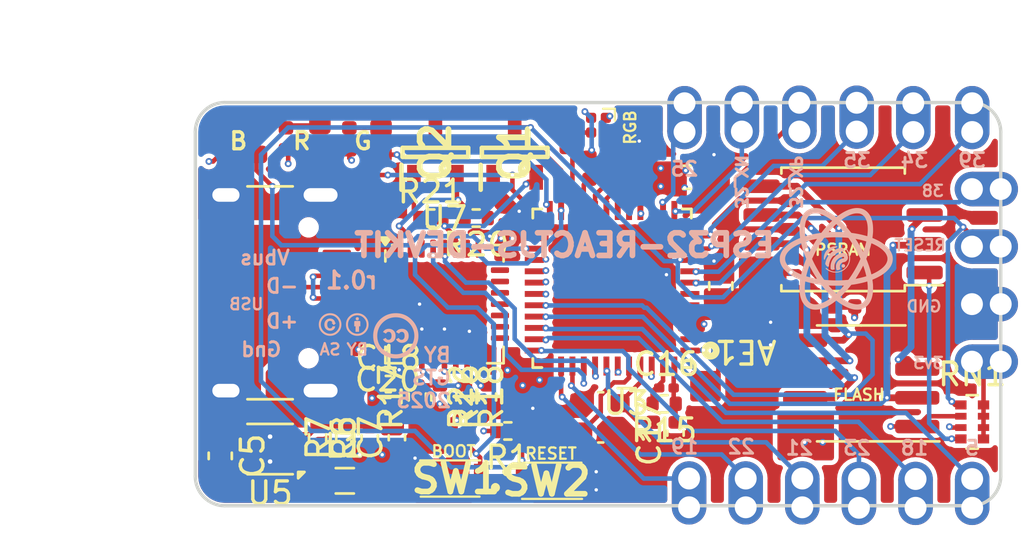
<source format=kicad_pcb>
(kicad_pcb (version 20240108) (generator "pcbnew") (generator_version "8.0")
  (title_block (title "Obsidian Boa") (date "2020-07-07") (rev "r0.1") (company "GsD") (comment 1 "Inspired by 1BitSquared iceBitsy design") (comment 3 "© 2020 Greg Davill <greg.davill@gmail.com>") (comment 4 "License: CC BY-SA 4.0"))
  (layers (0 "F.Cu" signal) (1 "In1.Cu" signal) (2 "In2.Cu" signal) (31 "B.Cu" signal) (34 "B.Paste" user) (35 "F.Paste" user) (36 "B.SilkS" user "B.Silkscreen") (37 "F.SilkS" user "F.Silkscreen") (38 "B.Mask" user) (39 "F.Mask" user) (44 "Edge.Cuts" user))
  (net 0 "")
  (net 1 "+3V3")
  (net 2 "GND")
  (net 3 "/USB_N")
  (net 4 "/USB_P")
  (net 5 "VBUS")
  (net 6 "/~{RGB0}")
  (net 7 "/~{RGB1}")
  (net 8 "/~{RGB2}")
  (net 9 "/SPI_~{HLD}-IO3")
  (net 10 "/SPI_~{WP}-IO2")
  (net 11 "/RAM_~{CS}")
  (net 12 "/~{CRESET}")
  (net 13 "Net-(AE1-A)")
  (net 14 "/U0RXD")
  (net 15 "/U0TXD")
  (net 16 "/SPI_COPI-IO0")
  (net 17 "/SPI_CIPO-IO1")
  (net 18 "Net-(D1-A)")
  (net 19 "Net-(D2-A)")
  (net 20 "Net-(D3-A)")
  (net 21 "Net-(D4-GK)")
  (net 22 "Net-(D4-BK)")
  (net 23 "/~{LEDR}")
  (net 24 "/~{LEDG}")
  (net 25 "/GPIO11-~{LEDB}")
  (net 26 "/GPIO0-BOOT")
  (net 27 "/GPIO38")
  (net 28 "/GPIO35")
  (net 29 "/GPIO39")
  (net 30 "Net-(D4-RK)")
  (net 31 "/SBU1")
  (net 32 "/SBU2")
  (net 33 "/GPIO34")
  (net 34 "Net-(U3-XTAL_N)")
  (net 35 "Net-(U3-XTAL_P)")
  (net 36 "Net-(U3-LNA_IN)")
  (net 37 "Net-(U3-CAP1)")
  (net 38 "Net-(U3-CAP2)")
  (net 39 "/RTS")
  (net 40 "Net-(Q1-B)")
  (net 41 "Net-(Q2-B)")
  (net 42 "/DTR")
  (net 43 "Net-(U7-VBUS)")
  (net 44 "Net-(U7-~{RST})")
  (net 45 "Net-(U7-~{SUSPEND})")
  (net 46 "/DSR")
  (net 48 "/CTS")
  (net 64 "Net-(U5-FB)")
  (net 65 "Net-(U5-SW)")
  (net 66 "/SPI_SCK")
  (net 67 "/SPI_~{CS}")
  (net 70 "/GPIO25")
  (net 71 "Net-(P16-Pin_1)")
  (net 72 "Net-(P17-Pin_1)")
  (net 73 "/GPIO21")
  (net 74 "/GPIO22")
  (net 75 "/GPIO19")
  (net 76 "/GPIO23")
  (net 77 "/GPIO18-DAC_2")
  (net 78 "/GPIO5")
  (footprint "CP2102:EVPBB2A9B000" (layer "F.Cu") (at 111.5 107.7 180)
    (property "Reference" "SW1")
    (property "Value" "TACT" (hide yes))
  )
  (footprint "pkl_pin_headers:Pin_Header_Straight_Round_1x01_Castellated" (layer "F.Cu") (at 134.29 100 90)
    (property "Reference" "P25" (hide yes))
    (property "Value" "GND" (hide yes))
  )
  (footprint "pkl_pin_headers:Pin_Header_Straight_Round_1x01_Castellated" (layer "F.Cu") (at 134.29 102.54 90)
    (property "Reference" "P28" (hide yes))
    (property "Value" "3V3" (hide yes))
  )
  (footprint "pkl_pin_headers:Pin_Header_Straight_Round_1x01_Castellated" (layer "F.Cu") (at 129.3 107.7215)
    (property "Reference" "P7" (hide yes))
    (property "Value" "7" (hide yes))
  )
  (footprint "pkl_pin_headers:Pin_Header_Straight_Round_1x01_Castellated" (layer "F.Cu") (at 129.2 92.38 180)
    (property "Reference" "P18" (hide yes))
    (property "Value" "18" (hide yes))
  )
  (footprint "pkl_pin_headers:Pin_Header_Straight_Round_1x01_Castellated" (layer "F.Cu") (at 124.13 92.38 180)
    (property "Reference" "P17" (hide yes))
    (property "Value" "17" (hide yes))
  )
  (footprint "pkl_pin_headers:Pin_Header_Straight_Round_1x01_Castellated" (layer "F.Cu") (at 121.6 92.4 180)
    (property "Reference" "P15" (hide yes))
    (property "Value" "15" (hide yes))
  )
  (footprint "pkl_pin_headers:Pin_Header_Straight_Round_1x01_Castellated" (layer "F.Cu") (at 126.8 107.7)
    (property "Reference" "P12" (hide yes))
    (property "Value" "12" (hide yes))
  )
  (footprint "pkl_pin_headers:Pin_Header_Straight_Round_1x01_Castellated" (layer "F.Cu") (at 134.3 92.4 180)
    (property "Reference" "P14" (hide yes))
    (property "Value" "14" (hide yes))
  )
  (footprint "pkl_pin_headers:Pin_Header_Straight_Round_1x01_Castellated" (layer "F.Cu") (at 131.7 92.4 180)
    (property "Reference" "P13" (hide yes))
    (property "Value" "13" (hide yes))
  )
  (footprint "pkl_pin_headers:Pin_Header_Straight_Round_1x01_Castellated" (layer "F.Cu") (at 134.3 107.7215)
    (property "Reference" "P9" (hide yes))
    (property "Value" "9" (hide yes))
  )
  (footprint "pkl_pin_headers:Pin_Header_Straight_Round_1x01_Castellated" (layer "F.Cu") (at 131.8 107.7215)
    (property "Reference" "P8" (hide yes))
    (property "Value" "8" (hide yes))
  )
  (footprint "obsidian-boa:LED_0603_1608Metric_Compact" (layer "F.Cu") (at 102.7 92.8 90)
    (property "Reference" "D3" (hide yes))
    (property "Value" "BLU" (hide yes))
  )
  (footprint "obsidian-boa:LED_0603_1608Metric_Compact" (layer "F.Cu") (at 105.5 92.7 90)
    (property "Reference" "D1" (hide yes))
    (property "Value" "RED" (hide yes))
  )
  (footprint "Capacitor_SMD:C_0402_1005Metric" (layer "F.Cu") (at 119.5 94 90)
    (property "Reference" "C9" (hide yes))
    (property "Value" "100n" (hide yes))
  )
  (footprint "obsidian-boa:LED_0603_1608Metric_Compact" (layer "F.Cu") (at 108.2 92.8 90)
    (property "Reference" "D2" (hide yes))
    (property "Value" "GRN" (hide yes))
  )
  (footprint "pkl_pin_headers:Pin_Header_Straight_Round_1x01_Castellated" (layer "F.Cu") (at 134.29 97.46 90)
    (property "Reference" "P31" (hide yes))
    (property "Value" "CRESET" (hide yes))
  )
  (footprint "pkl_pin_headers:Pin_Header_Straight_Round_1x01_Castellated" (layer "F.Cu") (at 134.29 94.92 90)
    (property "Reference" "P30" (hide yes))
    (property "Value" "CDONE" (hide yes))
  )
  (footprint "pkl_pin_headers:Pin_Header_Straight_Round_1x01_Castellated" (layer "F.Cu") (at 124.3 107.7)
    (property "Reference" "P11" (hide yes))
    (property "Value" "11" (hide yes))
  )
  (footprint "pkl_pin_headers:Pin_Header_Straight_Round_1x01_Castellated" (layer "F.Cu") (at 121.8 107.7)
    (property "Reference" "P10" (hide yes))
    (property "Value" "10" (hide yes))
  )
  (footprint "pkl_pin_headers:Pin_Header_Straight_Round_1x01_Castellated" (layer "F.Cu") (at 126.67 92.38 180)
    (property "Reference" "P16" (hide yes))
    (property "Value" "16" (hide yes))
  )
  (footprint "pkl_connectors:USB_C_Receptacle_HRO_TYPE-C-31-M-12" (layer "F.Cu") (at 102.4 99.5 -90)
    (property "Reference" "J1" (hide yes))
    (property "Value" "USB_C" (hide yes))
  )
  (footprint "Capacitor_SMD:C_0603_1608Metric" (layer "F.Cu") (at 123.2 99.2 90)
    (property "Reference" "C19" (hide yes))
    (property "Value" "10u" (hide yes))
  )
  (footprint "Resistor_SMD:R_0402_1005Metric" (layer "F.Cu") (at 101.2 92.8 -90)
    (property "Reference" "R13" (hide yes))
    (property "Value" "2k2" (hide yes))
  )
  (footprint "Resistor_SMD:R_0402_1005Metric" (layer "F.Cu") (at 104 92.7 -90)
    (property "Reference" "R11" (hide yes))
    (property "Value" "330E" (hide yes))
  )
  (footprint "Resistor_SMD:R_0402_1005Metric" (layer "F.Cu") (at 106.8 92.7 -90)
    (property "Reference" "R12" (hide yes))
    (property "Value" "330E" (hide yes))
  )
  (footprint "Resistor_SMD:R_0402_1005Metric" (layer "F.Cu") (at 111.6 105.6 180)
    (property "Reference" "R10" (hide yes))
    (property "Value" "10k" (hide yes))
  )
  (footprint "Capacitor_SMD:C_0402_1005Metric" (layer "F.Cu") (at 113.8 96.2 90)
    (property "Reference" "C12" (hide yes))
    (property "Value" "100n" (hide yes))
  )
  (footprint "LED_SMD:LED_Lumex_SML-LX0303SIUPGUSB" (layer "F.Cu") (at 117.8 92.1 -90)
    (property "Reference" "D4" (hide yes))
    (property "Value" "FM-B2020RGBA-HG" (hide yes))
  )
  (footprint "Package_DFN_QFN:QFN-28-1EP_5x5mm_P0.5mm_EP3.35x3.35mm" (layer "F.Cu") (at 111 100)
    (property "Reference" "U7")
    (property "Value" "CP2102N-Axx-xQFN28")
  )
  (footprint "Resistor_SMD:R_0402_1005Metric" (layer "F.Cu") (at 113.8 105.6 180)
    (property "Reference" "R1")
    (property "Value" "10k")
  )
  (footprint "Package_SON:WSON-6-1EP_2x2mm_P0.65mm_EP1x1.6mm_ThermalVias" (layer "F.Cu") (at 103.3 106.4 180)
    (property "Reference" "U5")
    (property "Value" "TPS62290")
  )
  (footprint "Capacitor_SMD:C_0402_1005Metric" (layer "F.Cu") (at 115.5 105.1 -90)
    (property "Reference" "C3" (hide yes))
    (property "Value" "18pF" (hide yes))
  )
  (footprint "Package_SO:SOIC-8_5.23x5.23mm_P1.27mm" (layer "F.Cu") (at 128.6 96.7 180)
    (property "Reference" "U4" (hide yes))
    (property "Value" "W25Q128JV" (hide yes))
  )
  (footprint "Resistor_SMD:R_0402_1005Metric" (layer "F.Cu") (at 110.8 104.1 -90)
    (property "Reference" "R16")
    (property "Value" "22.1K")
  )
  (footprint "Resistor_SMD:R_0402_1005Metric" (layer "F.Cu") (at 110.4 96.2)
    (property "Reference" "R21")
    (property "Value" "10K")
  )
  (footprint "Capacitor_SMD:C_0603_1608Metric" (layer "F.Cu") (at 121.7 94.4)
    (property "Reference" "C14" (hide yes))
    (property "Value" "10u" (hide yes))
  )
  (footprint "Resistor_SMD:R_Array_Convex_4x0402" (layer "F.Cu") (at 134.3 105.2)
    (property "Reference" "RN1")
    (property "Value" "10k")
  )
  (footprint "SS8050:SOT95P240X115-3N" (layer "F.Cu") (at 114.1 93.3 90)
    (property "Reference" "Q1")
    (property "Value" "SS8050-G" (hide yes))
  )
  (footprint "Inductor_SMD:L_0402_1005Metric" (layer "F.Cu") (at 123.1 101.7 -90)
    (property "Reference" "L2" (hide yes))
    (property "Value" "TBD" (hide yes))
  )
  (footprint "Capacitor_SMD:C_0402_1005Metric" (layer "F.Cu") (at 124.6 102.2)
    (property "Reference" "C11" (hide yes))
    (property "Value" "TBD" (hide yes))
  )
  (footprint "Capacitor_SMD:C_0402_1005Metric" (layer "F.Cu") (at 108.5 104.5)
    (property "Reference" "C20")
    (property "Value" "4.7uF")
  )
  (footprint "CP2102:EVPBB2A9B000" (layer "F.Cu") (at 115.5 107.8)
    (property "Reference" "SW2")
    (property "Value" "TACT" (hide yes))
  )
  (footprint "Resistor_SMD:R_0402_1005Metric" (layer "F.Cu") (at 116.4 92.6 90)
    (property "Reference" "R14" (hide yes))
    (property "Value" "2k2" (hide yes))
  )
  (footprint "Capacitor_SMD:C_0402_1005Metric" (layer "F.Cu") (at 120.2 105.7 90)
    (property "Reference" "C4" (hide yes))
    (property "Value" "18pF" (hide yes))
  )
  (footprint "Resistor_SMD:R_0402_1005Metric" (layer "F.Cu") (at 105.4 105.9 -90)
    (property "Reference" "R8")
    (property "Value" "100k")
  )
  (footprint "Resistor_SMD:R_0402_1005Metric" (layer "F.Cu") (at 112.9 104.1 90)
    (property "Reference" "R22")
    (property "Value" "10K")
  )
  (footprint "Capacitor_SMD:C_0402_1005Metric" (layer "F.Cu") (at 129.6 100.1)
    (property "Reference" "C2" (hide yes))
    (property "Value" "2.2uF" (hide yes))
  )
  (footprint "Resistor_SMD:R_0402_1005Metric" (layer "F.Cu") (at 118.3 94 90)
    (property "Reference" "R6" (hide yes))
    (property "Value" "2k2" (hide yes))
  )
  (footprint "Resistor_SMD:R_0402_1005Metric" (layer "F.Cu") (at 117.4 94 90)
    (property "Reference" "R9" (hide yes))
    (property "Value" "2k2" (hide yes))
  )
  (footprint "Capacitor_SMD:C_0402_1005Metric" (layer "F.Cu") (at 127.6 100.1 180)
    (property "Reference" "C1" (hide yes))
    (property "Value" "2.2uF" (hide yes))
  )
  (footprint "Capacitor_SMD:C_0402_1005Metric" (layer "F.Cu") (at 124.6 101.2)
    (property "Reference" "C10" (hide yes))
    (property "Value" "TBD" (hide yes))
  )
  (footprint "Crystal:Crystal_SMD_Abracon_ABM10-4Pin_2.5x2.0mm" (layer "F.Cu") (at 117.9 105 -90)
    (property "Reference" "Y1" (hide yes))
    (property "Value" "40MHz" (hide yes))
  )
  (footprint "Capacitor_SMD:C_0402_1005Metric" (layer "F.Cu") (at 108.52 103.53)
    (property "Reference" "C18")
    (property "Value" "0.1uF")
  )
  (footprint "Capacitor_SMD:C_0402_1005Metric" (layer "F.Cu") (at 125 100.2)
    (property "Reference" "C15" (hide yes))
    (property "Value" "100n" (hide yes))
  )
  (footprint "Resistor_SMD:R_0402_1005Metric" (layer "F.Cu") (at 109.8 104.1 90)
    (property "Reference" "R17")
    (property "Value" "47.5K")
  )
  (footprint "Capacitor_SMD:C_0402_1005Metric" (layer "F.Cu") (at 121.2 105.7 90)
    (property "Reference" "C17")
    (property "Value" "10nF")
  )
  (footprint "SS8050:SOT95P240X115-3N" (layer "F.Cu") (at 110.6 93.3 90)
    (property "Reference" "Q2")
    (property "Value" "SS8050-G" (hide yes))
  )
  (footprint "obsidian-boa:0479480001" (layer "F.Cu") (at 123.6 104.7 180)
    (property "Reference" "AE1")
    (property "Value" "Antenna" (hide yes))
  )
  (footprint "Capacitor_SMD:C_0402_1005Metric" (layer "F.Cu") (at 107.7 105.9 90)
    (property "Reference" "C6")
    (property "Value" "22pF")
  )
  (footprint "Inductor_SMD:L_0805_2012Metric" (layer "F.Cu") (at 106.6 107.8)
    (property "Reference" "L1")
    (property "Value" "2.2uH")
  )
  (footprint "Resistor_SMD:R_0402_1005Metric" (layer "F.Cu") (at 111.9 104.1 -90)
    (property "Reference" "R18")
    (property "Value" "2K")
  )
  (footprint "ESP32-D0WD:QFN48P700X700X90-49N" (layer "F.Cu") (at 118.4 99.3 180)
    (property "Reference" "U3")
    (property "Value" "ESP32-D0WD")
  )
  (footprint "Package_SO:SOIC-8_3.9x4.9mm_P1.27mm" (layer "F.Cu") (at 129.4 103.5 180)
    (property "Reference" "U2" (hide yes))
    (property "Value" "LY68L6400SLIT" (hide yes))
  )
  (footprint "Capacitor_SMD:C_0402_1005Metric" (layer "F.Cu") (at 114 104 -90)
    (property "Reference" "C13" (hide yes))
    (property "Value" "100n" (hide yes))
  )
  (footprint "Capacitor_SMD:C_0603_1608Metric" (layer "F.Cu") (at 101.1 106.7 -90)
    (property "Reference" "C5")
    (property "Value" "10u")
  )
  (footprint "Resistor_SMD:R_0402_1005Metric" (layer "F.Cu") (at 106.6 105.9 90)
    (property "Reference" "R7")
    (property "Value" "453k")
  )
  (footprint "Resistor_SMD:R_0402_1005Metric" (layer "F.Cu") (at 120.7 104.4 180)
    (property "Reference" "R15")
    (property "Value" "20K")
  )
  (footprint "Capacitor_SMD:C_0201_0603Metric" (layer "F.Cu") (at 120.8 103.7)
    (property "Reference" "C16")
    (property "Value" "3.3nF")
  )
  (footprint "Resistor_SMD:R_0402_1005Metric" (layer "F.Cu") (at 112.4 96.2 180)
    (property "Reference" "R20")
    (property "Value" "10K")
  )
  (footprint "Capacitor_SMD:C_0402_1005Metric" (layer "F.Cu") (at 108.9 105.9 90)
    (property "Reference" "C7")
    (property "Value" "2.2uF")
  )
  (footprint "pkl_logos:Symbol_CC_SilkScreen_2mm" (layer "B.Cu") (at 108.85 101.4 180)
    (property "Reference" "REF**" (hide yes))
    (property "Value" "Symbol_CC_SilkScreen_2mm" (hide yes))
  )
  (footprint "pkl_logos:Symbol_CC-SA_SilkScreen_1mm" (layer "B.Cu") (at 105.95 100.9 180)
    (property "Reference" "REF**" (hide yes))
    (property "Value" "Symbol_CC-SA_SilkScreen_1mm" (hide yes))
  )
  (footprint "pkl_logos:Symbol_CC-BY_SilkScreen_1mm" (layer "B.Cu") (at 107.15 100.9 180)
    (property "Reference" "REF**" (hide yes))
    (property "Value" "Symbol_CC-BY_SilkScreen_1mm" (hide yes))
  )
  (footprint "ESP32-D0WD:Logo" (layer "B.Cu") (at 128.3 98 180)
    (property "Reference" "G***" (hide yes))
    (property "Value" "LOGO" (hide yes))
  )
  (gr_line (start 101.3 91.1) (end 134.26 91.1) (stroke (width 0.15)) (layer "Edge.Cuts"))
  (gr_line (start 135.56 92.4) (end 135.56 107.6) (stroke (width 0.15)) (layer "Edge.Cuts"))
  (gr_line (start 100 107.6) (end 100 92.4) (stroke (width 0.15)) (layer "Edge.Cuts"))
  (gr_line (start 134.26 108.9) (end 101.3 108.9) (stroke (width 0.15)) (layer "Edge.Cuts"))
  (gr_arc (start 135.56 107.6) (mid 135.179239 108.519239) (end 134.26 108.9) (stroke (width 0.15)) (layer "Edge.Cuts"))
  (gr_arc (start 100 92.4) (mid 100.380761 91.480761) (end 101.3 91.1) (stroke (width 0.15)) (layer "Edge.Cuts"))
  (gr_arc (start 101.3 108.9) (mid 100.380761 108.519239) (end 100 107.6) (stroke (width 0.15)) (layer "Edge.Cuts"))
  (gr_arc (start 134.26 91.1) (mid 135.179239 91.480761) (end 135.56 92.4) (stroke (width 0.15)) (layer "Edge.Cuts"))
  (gr_text "SA" (at 105.95 102 0) (layer "B.SilkS") (effects (font (size 0.5 0.5) (thickness 0.1)) (justify mirror)))
  (gr_text "3v3" (at 133.1 102.6 0) (layer "B.SilkS") (effects (font (size 0.5 0.5) (thickness 0.1)) (justify left mirror)))
  (gr_text "RESET" (at 133.2 97.4 0) (layer "B.SilkS") (effects (font (size 0.5 0.5) (thickness 0.1)) (justify left mirror)))
  (gr_text "GND" (at 133 100.1 0) (layer "B.SilkS") (effects (font (size 0.5 0.5) (thickness 0.1)) (justify left mirror)))
  (gr_text "USB" (at 102.25 100 0) (layer "B.SilkS") (effects (font (size 0.5 0.5) (thickness 0.1)) (justify mirror)))
  (gr_text "BY\nGTS\n2025" (at 111.35 103.25 0) (layer "B.SilkS") (effects (font (size 0.625 0.625) (thickness 0.125)) (justify left mirror)))
  (gr_text "Vbus" (at 101.9 97.95 0) (layer "B.SilkS") (effects (font (size 0.625 0.625) (thickness 0.125)) (justify right mirror)))
  (gr_text "39" (at 134.29 93.65 0) (layer "B.SilkS") (effects (font (size 0.625 0.625) (thickness 0.125)) (justify mirror)))
  (gr_text "34" (at 131.75 93.65 0) (layer "B.SilkS") (effects (font (size 0.625 0.625) (thickness 0.125)) (justify mirror)))
  (gr_text "Gnd" (at 101.95 102 0) (layer "B.SilkS") (effects (font (size 0.625 0.625) (thickness 0.125)) (justify right mirror)))
  (gr_text "35" (at 129.21 93.65 0) (layer "B.SilkS") (effects (font (size 0.625 0.625) (thickness 0.125)) (justify mirror)))
  (gr_text "38" (at 133.1 95 0) (layer "B.SilkS") (effects (font (size 0.5 0.5) (thickness 0.1)) (justify left mirror)))
  (gr_text "-D" (at 103.05 99.2 0) (layer "B.SilkS") (effects (font (size 0.625 0.625) (thickness 0.125)) (justify right mirror)))
  (gr_text "32_XP" (at 126.5 94.6 270) (layer "B.SilkS") (effects (font (size 0.5 0.5) (thickness 0.125)) (justify mirror)))
  (gr_text "18" (at 131.75 106.35 0) (layer "B.SilkS") (effects (font (size 0.625 0.625) (thickness 0.125)) (justify mirror)))
  (gr_text "21" (at 126.67 106.35 0) (layer "B.SilkS") (effects (font (size 0.625 0.625) (thickness 0.125)) (justify mirror)))
  (gr_text "+D" (at 103.05 100.75 0) (layer "B.SilkS") (effects (font (size 0.625 0.625) (thickness 0.125)) (justify right mirror)))
  (gr_text "5" (at 134.29 106.35 0) (layer "B.SilkS") (effects (font (size 0.625 0.625) (thickness 0.125)) (justify mirror)))
  (gr_text "25" (at 121.59 94.031 0) (layer "B.SilkS") (effects (font (size 0.625 0.625) (thickness 0.125)) (justify mirror)))
  (gr_text "23" (at 129.21 106.35 0) (layer "B.SilkS") (effects (font (size 0.625 0.625) (thickness 0.125)) (justify mirror)))
  (gr_text "32_XN" (at 124.1 94.6 270) (layer "B.SilkS") (effects (font (size 0.5 0.5) (thickness 0.125)) (justify mirror)))
  (gr_text "ESP32-REACTJS-DEVKIT" (at 116.3 97.4 0) (layer "B.SilkS") (effects (font (size 1 1) (thickness 0.25)) (justify mirror)))
  (gr_text "r0.1" (at 106.9 98.95 0) (layer "B.SilkS") (effects (font (size 0.75 0.75)) (justify mirror)))
  (gr_text "BY" (at 107.15 102 0) (layer "B.SilkS") (effects (font (size 0.5 0.5) (thickness 0.1)) (justify mirror)))
  (gr_text "19" (at 121.6 106.3 0) (layer "B.SilkS") (effects (font (size 0.625 0.625) (thickness 0.125)) (justify mirror)))
  (gr_text "22" (at 124.1 106.3 0) (layer "B.SilkS") (effects (font (size 0.625 0.625) (thickness 0.125)) (justify mirror)))
  (gr_text "G" (at 107.4 92.8 0) (layer "F.SilkS") (effects (font (size 0.75 0.75))))
  (gr_text "R" (at 104.7 92.8 0) (layer "F.SilkS") (effects (font (size 0.75 0.75))))
  (gr_text "RGB" (at 119.2 92.2 90) (layer "F.SilkS") (effects (font (size 0.5 0.5) (thickness 0.1))))
  (gr_text "PSRAM" (at 128.6 97.6 0) (layer "F.SilkS") (effects (font (size 0.5 0.5) (thickness 0.1))))
  (gr_text "FLASH" (at 129.3 104 0) (layer "F.SilkS") (effects (font (size 0.5 0.5) (thickness 0.1))))
  (gr_text "BOOT" (at 111.4 106.5 0) (layer "F.SilkS") (effects (font (size 0.5 0.5) (thickness 0.1))))
  (gr_text "RESET" (at 115.7 106.6 0) (layer "F.SilkS") (effects (font (size 0.5 0.5) (thickness 0.1))))
  (gr_text "B" (at 101.9 92.8 0) (layer "F.SilkS") (effects (font (size 0.75 0.75))))
  (segment (start 134.8 102.665) (end 134.8 105.85) (width 0.2) (layer "F.Cu") (net 1))
  (segment (start 127.43 99.43) (end 126.605 98.605) (width 0.3) (layer "F.Cu") (net 1))
  (segment (start 134.8 105.85) (end 134.7 105.95) (width 0.2) (layer "F.Cu") (net 1))
  (segment (start 104.1 93.8) (end 104.1 93.285) (width 0.2) (layer "F.Cu") (net 1))
  (segment (start 126.3 98.6) (end 126.295 98.605) (width 0.3) (layer "F.Cu") (net 1))
  (segment (start 118.225 91.775) (end 118.3 91.7) (width 0.2) (layer "F.Cu") (net 1))
  (segment (start 129.115 100.1) (end 129.115 100.585) (width 0.3) (layer "F.Cu") (net 1))
  (segment (start 118.15 95.35) (end 118.42 95.08) (width 0.2) (layer "F.Cu") (net 1))
  (segment (start 122.6375 100.55) (end 121.835 100.55) (width 0.2) (layer "F.Cu") (net 1))
  (segment (start 118.905 95.08) (end 119.5 94.485) (width 0.2) (layer "F.Cu") (net 1))
  (segment (start 134.925 102.54) (end 134.8 102.665) (width 0.2) (layer "F.Cu") (net 1))
  (segment (start 128.085 100.1) (end 128.085 100.04234) (width 0.3) (layer "F.Cu") (net 1))
  (segment (start 118.65 102.980002) (end 118.669998 103) (width 0.2) (layer "F.Cu") (net 1))
  (segment (start 129.115 100.585) (end 129.1 100.6) (width 0.3) (layer "F.Cu") (net 1))
  (segment (start 113.29 105.6) (end 112.73 105.6) (width 0.2) (layer "F.Cu") (net 1))
  (segment (start 127.47266 99.43) (end 127.43 99.43) (width 0.3) (layer "F.Cu") (net 1))
  (segment (start 126.295 98.605) (end 125 98.605) (width 0.3) (layer "F.Cu") (net 1))
  (segment (start 122.43 102.027919) (end 122.407919 102.05) (width 0.2) (layer "F.Cu") (net 1))
  (segment (start 122.407919 102.05) (end 121.835 102.05) (width 0.2) (layer "F.Cu") (net 1))
  (segment (start 126.305 98.605) (end 126.3 98.6) (width 0.3) (layer "F.Cu") (net 1))
  (segment (start 126.605 98.605) (end 126.305 98.605) (width 0.3) (layer "F.Cu") (net 1))
  (segment (start 106.8 93.185) (end 106.8 93.55) (width 0.2) (layer "F.Cu") (net 1))
  (segment (start 120.15 102.735) (end 120.15 103.18462) (width 0.2) (layer "F.Cu") (net 1))
  (segment (start 120.15 103.18462) (end 120.135509 103.199111) (width 0.2) (layer "F.Cu") (net 1))
  (segment (start 104.1 93.285) (end 104 93.185) (width 0.2) (layer "F.Cu") (net 1))
  (segment (start 118.65 102.735) (end 118.65 102.980002) (width 0.2) (layer "F.Cu") (net 1))
  (segment (start 123.2 99.9875) (end 122.6375 100.55) (width 0.2) (layer "F.Cu") (net 1))
  (segment (start 118.15 95.865) (end 118.15 95.35) (width 0.2) (layer "F.Cu") (net 1))
  (segment (start 100.785 93.7) (end 101.2 93.285) (width 0.2) (layer "F.Cu") (net 1))
  (segment (start 106.8 93.55) (end 106.9 93.65) (width 0.2) (layer "F.Cu") (net 1))
  (segment (start 128.085 100.04234) (end 127.47266 99.43) (width 0.3) (layer "F.Cu") (net 1))
  (segment (start 100.6 93.7) (end 100.785 93.7) (width 0.2) (layer "F.Cu") (net 1))
  (segment (start 118.42 95.08) (end 118.905 95.08) (width 0.2) (layer "F.Cu") (net 1))
  (segment (start 118.125 91.775) (end 118.225 91.775) (width 0.2) (layer "F.Cu") (net 1))
  (segment (start 128.085 100.1) (end 129.115 100.1) (width 0.3) (layer "F.Cu") (net 1))
  (via (at 107.25 106.65) (size 0.3) (drill 0.15) (layers "F.Cu" "B.Cu") (net 1))
  (via (at 114.453524 103.589921) (size 0.3) (drill 0.15) (layers "F.Cu" "B.Cu") (net 1))
  (via (at 126.3 98.6) (size 0.3) (drill 0.15) (layers "F.Cu" "B.Cu") (net 1))
  (via (at 100.6 93.7) (size 0.3) (drill 0.15) (layers "F.Cu" "B.Cu") (net 1))
  (via (at 106.9 93.65) (size 0.3) (drill 0.15) (layers "F.Cu" "B.Cu") (net 1))
  (via (at 108.25 106.65) (size 0.3) (drill 0.15) (layers "F.Cu" "B.Cu") (net 1))
  (via (at 115.202294 103.35) (size 0.3) (drill 0.15) (layers "F.Cu" "B.Cu") (net 1))
  (via (at 107.8 104.15) (size 0.3) (drill 0.15) (layers "F.Cu" "B.Cu") (net 1))
  (via (at 122.46306 100.881297) (size 0.3) (drill 0.15) (layers "F.Cu" "B.Cu") (net 1))
  (via (at 121.65 94.1) (size 0.3) (drill 0.15) (layers "F.Cu" "B.Cu") (net 1))
  (via (at 113.781801 102.918199) (size 0.3) (drill 0.15) (layers "F.Cu" "B.Cu") (net 1))
  (via (at 114 97.1) (size 0.3) (drill 0.15) (layers "F.Cu" "B.Cu") (net 1))
  (via (at 120.135509 103.199111) (size 0.3) (drill 0.15) (layers "F.Cu" "B.Cu") (net 1))
  (via (at 112.73 105.6) (size 0.3) (drill 0.15) (layers "F.Cu" "B.Cu") (net 1))
  (via (at 127.7 106.1) (size 0.3) (drill 0.15) (layers "F.Cu" "B.Cu") (net 1))
  (via (at 111.535729 105.133314) (size 0.3) (drill 0.15) (layers "F.Cu" "B.Cu") (net 1))
  (via (at 126.9 106.1) (size 0.3) (drill 0.15) (layers "F.Cu" "B.Cu") (net 1))
  (via (at 113.5 97.1) (size 0.3) (drill 0.15) (layers "F.Cu" "B.Cu") (net 1))
  (via (at 104.1 93.8) (size 0.3) (drill 0.15) (layers "F.Cu" "B.Cu") (net 1))
  (via (at 129.1 100.6) (size 0.3) (drill 0.15) (layers "F.Cu" "B.Cu") (net 1))
  (via (at 118.669998 103) (size 0.3) (drill 0.15) (layers "F.Cu" "B.Cu") (net 1))
  (via (at 120.55 94.8) (size 0.3) (drill 0.15) (layers "F.Cu" "B.Cu") (net 1))
  (via (at 120.55 94) (size 0.3) (drill 0.15) (layers "F.Cu" "B.Cu") (net 1))
  (via (at 118.3 91.7) (size 0.3) (drill 0.15) (layers "F.Cu" "B.Cu") (net 1))
  (via (at 121.604211 94.859392) (size 0.3) (drill 0.15) (layers "F.Cu" "B.Cu") (net 1))
  (via (at 122.43 102.027919) (size 0.3) (drill 0.15) (layers "F.Cu" "B.Cu") (net 1))
  (via (at 113 97) (size 0.3) (drill 0.15) (layers "F.Cu" "B.Cu") (net 2))
  (via (at 117.7 107.4) (size 0.3) (drill 0.15) (layers "F.Cu" "B.Cu") (net 2))
  (via (at 110 101.1) (size 0.3) (drill 0.15) (layers "F.Cu" "B.Cu") (net 2))
  (via (at 117.7 108.2) (size 0.3) (drill 0.15) (layers "F.Cu" "B.Cu") (net 2))
  (via (at 112.1 101.2) (size 0.3) (drill 0.15) (layers "F.Cu" "B.Cu") (net 2))
  (via (at 111 101.1) (size 0.3) (drill 0.15) (layers "F.Cu" "B.Cu") (net 2))
  (via (at 114.9 104.6) (size 0.3) (drill 0.15) (layers "F.Cu" "B.Cu") (net 2))
  (via (at 109.9 100) (size 0.3) (drill 0.15) (layers "F.Cu" "B.Cu") (net 2))
  (via (at 119.6 92.8) (size 0.3) (drill 0.15) (layers "F.Cu" "B.Cu") (net 2))
  (via (at 109 102.9) (size 0.3) (drill 0.15) (layers "F.Cu" "B.Cu") (net 2))
  (via (at 125.4 101.8) (size 0.3) (drill 0.15) (layers "F.Cu" "B.Cu") (net 2))
  (via (at 109.7 106.8) (size 0.3) (drill 0.15) (layers "F.Cu" "B.Cu") (net 2))
  (via (at 120.8 98.7) (size 0.3) (drill 0.15) (layers "F.Cu" "B.Cu") (net 2))
  (via (at 125.4 100.8) (size 0.3) (drill 0.15) (layers "F.Cu" "B.Cu") (net 2))
  (via (at 122.9 98.1) (size 0.3) (drill 0.15) (layers "F.Cu" "B.Cu") (net 2))
  (via (at 122.9 93.4) (size 0.3) (drill 0.15) (layers "F.Cu" "B.Cu") (net 2))
  (via (at 114.3 95.9) (size 0.3) (drill 0.15) (layers "F.Cu" "B.Cu") (net 2))
  (segment (start 106.245 99.75) (end 105.25 99.75) (width 0.2) (layer "F.Cu") (net 3))
  (segment (start 105.249986 98.75) (end 105.2 98.799986) (width 0.2) (layer "F.Cu") (net 3))
  (segment (start 107.65241 100.5) (end 108.55 100.5) (width 0.2) (layer "F.Cu") (net 3))
  (segment (start 106.90241 99.75) (end 107.65241 100.5) (width 0.2) (layer "F.Cu") (net 3))
  (segment (start 105.25 99.75) (end 105.2 99.7) (width 0.2) (layer "F.Cu") (net 3))
  (segment (start 106.245 99.75) (end 106.90241 99.75) (width 0.2) (layer "F.Cu") (net 3))
  (segment (start 106.245 98.75) (end 105.249986 98.75) (width 0.2) (layer "F.Cu") (net 3))
  (via (at 105.2 99.7) (size 0.3) (drill 0.15) (layers "F.Cu" "B.Cu") (net 3))
  (via (at 105.2 98.799986) (size 0.3) (drill 0.15) (layers "F.Cu" "B.Cu") (net 3))
  (segment (start 105.2 99.7) (end 105.2 98.799986) (width 0.2) (layer "B.Cu") (net 3))
  (segment (start 107.718096 100) (end 108.55 100) (width 0.2) (layer "F.Cu") (net 4))
  (segment (start 106.245 99.25) (end 106.968096 99.25) (width 0.2) (layer "F.Cu") (net 4))
  (segment (start 106.245 100.25) (end 104.85 100.25) (width 0.2) (layer "F.Cu") (net 4))
  (segment (start 104.85 100.25) (end 104.6 100) (width 0.2) (layer "F.Cu") (net 4))
  (segment (start 106.968096 99.25) (end 107.718096 100) (width 0.2) (layer "F.Cu") (net 4))
  (segment (start 104.6 100) (end 104.6 99.45) (width 0.2) (layer "F.Cu") (net 4))
  (segment (start 104.6 99.45) (end 104.8 99.25) (width 0.2) (layer "F.Cu") (net 4))
  (segment (start 104.8 99.25) (end 106.245 99.25) (width 0.2) (layer "F.Cu") (net 4))
  (segment (start 110.8 104.61) (end 110.8 104.4) (width 0.2) (layer "F.Cu") (net 5))
  (segment (start 106.295 102) (end 106.245 101.95) (width 0.2) (layer "F.Cu") (net 5))
  (segment (start 107.2 102) (end 106.295 102) (width 0.2) (layer "F.Cu") (net 5))
  (via (at 110.8 104.4) (size 0.3) (drill 0.15) (layers "F.Cu" "B.Cu") (net 5))
  (via (at 107.2 102) (size 0.3) (drill 0.15) (layers "F.Cu" "B.Cu") (net 5))
  (segment (start 117.65 95.191948) (end 118.3 94.541948) (width 0.2) (layer "F.Cu") (net 6))
  (segment (start 118.3 94.541948) (end 118.3 94.485) (width 0.2) (layer "F.Cu") (net 6))
  (segment (start 117.65 95.865) (end 117.65 95.191948) (width 0.2) (layer "F.Cu") (net 6))
  (segment (start 117.15 95.865) (end 117.15 94.735) (width 0.2) (layer "F.Cu") (net 7))
  (segment (start 117.15 94.735) (end 117.4 94.485) (width 0.2) (layer "F.Cu") (net 7))
  (segment (start 116.65 95.865) (end 116.65 93.335) (width 0.2) (layer "F.Cu") (net 8))
  (segment (start 116.65 93.335) (end 116.4 93.085) (width 0.2) (layer "F.Cu") (net 8))
  (segment (start 128.224777 104.135) (end 129.109777 103.25) (width 0.3) (layer "F.Cu") (net 9))
  (segment (start 125 97.335) (end 126.735 97.335) (width 0.3) (layer "F.Cu") (net 9))
  (segment (start 126.735 97.335) (end 127 97.6) (width 0.3) (layer "F.Cu") (net 9))
  (segment (start 114.965 98.55) (end 115.443232 98.55) (width 0.2) (layer "F.Cu") (net 9))
  (segment (start 126.925 104.135) (end 128.224777 104.135) (width 0.3) (layer "F.Cu") (net 9))
  (segment (start 115.443232 98.55) (end 115.474999 98.518233) (width 0.2) (layer "F.Cu") (net 9))
  (via (at 115.474999 98.518233) (size 0.3) (drill 0.15) (layers "F.Cu" "B.Cu") (net 9))
  (via (at 129.109777 103.25) (size 0.3) (drill 0.15) (layers "F.Cu" "B.Cu") (net 9))
  (via (at 127 97.6) (size 0.3) (drill 0.15) (layers "F.Cu" "B.Cu") (net 9))
  (segment (start 128.886396 103.25) (end 129.109777 103.25) (width 0.3) (layer "B.Cu") (net 9))
  (segment (start 127 97.6) (end 127 101.363604) (width 0.3) (layer "B.Cu") (net 9))
  (segment (start 127 101.363604) (end 128.886396 103.25) (width 0.3) (layer "B.Cu") (net 9))
  (segment (start 114.965 98.05) (end 115.443229 98.05) (width 0.2) (layer "F.Cu") (net 10))
  (segment (start 131.644735 96.620265) (end 132.2 96.065) (width 0.3) (layer "F.Cu") (net 10))
  (segment (start 131.875 102.865) (end 131.454699 102.444699) (width 0.3) (layer "F.Cu") (net 10))
  (segment (start 131.644735 96.685001) (end 131.644735 96.620265) (width 0.3) (layer "F.Cu") (net 10))
  (segment (start 131.454699 102.444699) (end 131.034998 102.444699) (width 0.3) (layer "F.Cu") (net 10))
  (segment (start 115.443229 98.05) (end 115.474999 98.01823) (width 0.2) (layer "F.Cu") (net 10))
  (via (at 131.644735 96.685001) (size 0.3) (drill 0.15) (layers "F.Cu" "B.Cu") (net 10))
  (via (at 131.034998 102.444699) (size 0.3) (drill 0.15) (layers "F.Cu" "B.Cu") (net 10))
  (via (at 115.474999 98.01823) (size 0.3) (drill 0.15) (layers "F.Cu" "B.Cu") (net 10))
  (segment (start 131.644735 96.685001) (end 131.6 96.729736) (width 0.3) (layer "B.Cu") (net 10))
  (segment (start 131.6 96.729736) (end 131.6 101.879697) (width 0.3) (layer "B.Cu") (net 10))
  (segment (start 131.6 101.879697) (end 131.034998 102.444699) (width 0.3) (layer "B.Cu") (net 10))
  (segment (start 131.87 105.4) (end 131.875 105.405) (width 0.2) (layer "F.Cu") (net 11))
  (segment (start 130.7 105.4) (end 131.87 105.4) (width 0.2) (layer "F.Cu") (net 11))
  (segment (start 119.65 95.980002) (end 119.669998 96) (width 0.2) (layer "F.Cu") (net 11))
  (segment (start 131.875 105.405) (end 132.33 104.95) (width 0.2) (layer "F.Cu") (net 11))
  (segment (start 132.33 104.95) (end 133.8 104.95) (width 0.2) (layer "F.Cu") (net 11))
  (segment (start 119.65 95.865) (end 119.65 95.980002) (width 0.2) (layer "F.Cu") (net 11))
  (via (at 119.669998 96) (size 0.3) (drill 0.15) (layers "F.Cu" "B.Cu") (net 11))
  (via (at 130.7 105.4) (size 0.3) (drill 0.15) (layers "F.Cu" "B.Cu") (net 11))
  (segment (start 134.29 97.46) (end 134.29 96.99) (width 0.2) (layer "F.Cu") (net 12))
  (segment (start 121.418995 98.05) (end 121.398612 98.029617) (width 0.2) (layer "F.Cu") (net 12))
  (segment (start 114.425 106.9) (end 114.425 105.715) (width 0.2) (layer "F.Cu") (net 12))
  (segment (start 114.8 92.2) (end 114.1 92.2) (width 0.2) (layer "F.Cu") (net 12))
  (segment (start 133.55 104.45) (end 133.4 104.3) (width 0.2) (layer "F.Cu") (net 12))
  (segment (start 134.29 96.99) (end 133.9 96.6) (width 0.2) (layer "F.Cu") (net 12))
  (segment (start 114.425 105.715) (end 114.31 105.6) (width 0.2) (layer "F.Cu") (net 12))
  (segment (start 133.8 104.45) (end 133.55 104.45) (width 0.2) (layer "F.Cu") (net 12))
  (segment (start 114.425 108.175) (end 114.425 107.425) (width 0.2) (layer "F.Cu") (net 12))
  (segment (start 121.835 98.05) (end 121.418995 98.05) (width 0.2) (layer "F.Cu") (net 12))
  (segment (start 114.425 107.425) (end 114.425 106.9) (width 0.2) (layer "F.Cu") (net 12))
  (via (at 114.8 92.2) (size 0.3) (drill 0.15) (layers "F.Cu" "B.Cu") (net 12))
  (via (at 133.4 104.3) (size 0.3) (drill 0.15) (layers "F.Cu" "B.Cu") (net 12))
  (via (at 121.398612 98.029617) (size 0.3) (drill 0.15) (layers "F.Cu" "B.Cu") (net 12))
  (via (at 133.9 96.6) (size 0.3) (drill 0.15) (layers "F.Cu" "B.Cu") (net 12))
  (via (at 114.425 106.9) (size 0.3) (drill 0.15) (layers "F.Cu" "B.Cu") (net 12))
  (segment (start 121.3 99) (end 121.3 98.128229) (width 0.2) (layer "B.Cu") (net 12))
  (segment (start 133.9 96.6) (end 133.5 96.2) (width 0.2) (layer "B.Cu") (net 12))
  (segment (start 111.3 107.2) (end 114.125 107.2) (width 0.2) (layer "B.Cu") (net 12))
  (segment (start 122 99.7) (end 121.3 99) (width 0.2) (layer "B.Cu") (net 12))
  (segment (start 120.7 98.1) (end 114.8 92.2) (width 0.2) (layer "B.Cu") (net 12))
  (segment (start 102.9 103.4) (end 105.1 105.6) (width 0.2) (layer "B.Cu") (net 12))
  (segment (start 114.8 92.2) (end 104.1 92.2) (width 0.2) (layer "B.Cu") (net 12))
  (segment (start 102.9 93.4) (end 102.9 103.4) (width 0.2) (layer "B.Cu") (net 12))
  (segment (start 104.1 92.2) (end 102.9 93.4) (width 0.2) (layer "B.Cu") (net 12))
  (segment (start 126.8 96.2) (end 123.3 99.7) (width 0.2) (layer "B.Cu") (net 12))
  (segment (start 121.3 98.128229) (end 121.398612 98.029617) (width 0.2) (layer "B.Cu") (net 12))
  (segment (start 133.4 104.3) (end 133.228 104.128) (width 0.2) (layer "B.Cu") (net 12))
  (segment (start 114.125 107.2) (end 114.425 106.9) (width 0.2) (layer "B.Cu") (net 12))
  (segment (start 123.3 99.7) (end 122 99.7) (width 0.2) (layer "B.Cu") (net 12))
  (segment (start 109.7 105.6) (end 111.3 107.2) (width 0.2) (layer "B.Cu") (net 12))
  (segment (start 133.228 97.272) (end 133.9 96.6) (width 0.2) (layer "B.Cu") (net 12))
  (segment (start 121.398612 98.029617) (end 121.328229 98.1) (width 0.2) (layer "B.Cu") (net 12))
  (segment (start 133.228 104.128) (end 133.228 97.272) (width 0.2) (layer "B.Cu") (net 12))
  (segment (start 133.5 96.2) (end 126.8 96.2) (width 0.2) (layer "B.Cu") (net 12))
  (segment (start 105.1 105.6) (end 109.7 105.6) (width 0.2) (layer "B.Cu") (net 12))
  (segment (start 121.328229 98.1) (end 120.7 98.1) (width 0.2) (layer "B.Cu") (net 12))
  (segment (start 123.1 102.185) (end 124.1 102.185) (width 0.2) (layer "F.Cu") (net 13))
  (segment (start 122.953553 103.196447) (end 122.525 103.625) (width 0.2) (layer "F.Cu") (net 13))
  (segment (start 123.1 102.185) (end 123.1 102.842893) (width 0.2) (layer "F.Cu") (net 13))
  (segment (start 124.1 102.185) (end 124.115 102.2) (width 0.2) (layer "F.Cu") (net 13))
  (arc (start 123.1 102.842893) (mid 123.06194 103.034235) (end 122.953553 103.196447) (width 0.2) (layer "F.Cu") (net 13))
  (segment (start 110.5 97.55) (end 110.5 97.85) (width 0.2) (layer "F.Cu") (net 14))
  (segment (start 117.15 102.735) (end 117.15 103.496895) (width 0.2) (layer "F.Cu") (net 14))
  (segment (start 117.15 103.496895) (end 117.149996 103.496899) (width 0.2) (layer "F.Cu") (net 14))
  (via (at 117.149996 103.496899) (size 0.3) (drill 0.15) (layers "F.Cu" "B.Cu") (net 14))
  (via (at 110.5 97.85) (size 0.3) (drill 0.15) (layers "F.Cu" "B.Cu") (net 14))
  (segment (start 113.7 100.4) (end 113.7 102.2) (width 0.2) (layer "B.Cu") (net 14))
  (segment (start 116.9 102.9) (end 117.149996 103.149996) (width 0.2) (layer "B.Cu") (net 14))
  (segment (start 113.7 102.2) (end 114.4 102.9) (width 0.2) (layer "B.Cu") (net 14))
  (segment (start 111.834314 99.5) (end 112.8 99.5) (width 0.2) (layer "B.Cu") (net 14))
  (segment (start 117.149996 103.149996) (end 117.149996 103.496899) (width 0.2) (layer "B.Cu") (net 14))
  (segment (start 110.5 98.165686) (end 111.834314 99.5) (width 0.2) (layer "B.Cu") (net 14))
  (segment (start 112.8 99.5) (end 113.7 100.4) (width 0.2) (layer "B.Cu") (net 14))
  (segment (start 114.4 102.9) (end 116.9 102.9) (width 0.2) (layer "B.Cu") (net 14))
  (segment (start 110.5 97.85) (end 110.5 98.165686) (width 0.2) (layer "B.Cu") (net 14))
  (segment (start 117.65 103.165352) (end 117.669958 103.18531) (width 0.2) (layer "F.Cu") (net 15))
  (segment (start 111 97.55) (end 111 97.866573) (width 0.2) (layer "F.Cu") (net 15))
  (segment (start 111 97.866573) (end 111.025001 97.891574) (width 0.2) (layer "F.Cu") (net 15))
  (segment (start 117.65 102.735) (end 117.65 103.165352) (width 0.2) (layer "F.Cu") (net 15))
  (via (at 117.669958 103.18531) (size 0.3) (drill 0.15) (layers "F.Cu" "B.Cu") (net 15))
  (via (at 111.025001 97.891574) (size 0.3) (drill 0.15) (layers "F.Cu" "B.Cu") (net 15))
  (segment (start 111.95 99.05) (end 112.95 99.05) (width 0.2) (layer "B.Cu") (net 15))
  (segment (start 117.669958 102.877634) (end 117.669958 103.18531) (width 0.2) (layer "B.Cu") (net 15))
  (segment (start 117.292324 102.5) (end 117.669958 102.877634) (width 0.2) (layer "B.Cu") (net 15))
  (segment (start 111.025001 97.891574) (end 111.025001 98.125001) (width 0.2) (layer "B.Cu") (net 15))
  (segment (start 114.1 101.537086) (end 115.062914 102.5) (width 0.2) (layer "B.Cu") (net 15))
  (segment (start 111.025001 98.125001) (end 111.95 99.05) (width 0.2) (layer "B.Cu") (net 15))
  (segment (start 114.1 100.2) (end 114.1 101.537086) (width 0.2) (layer "B.Cu") (net 15))
  (segment (start 115.062914 102.5) (end 117.292324 102.5) (width 0.2) (layer "B.Cu") (net 15))
  (segment (start 112.95 99.05) (end 114.1 100.2) (width 0.2) (layer "B.Cu") (net 15))
  (segment (start 128.605 101.595) (end 128.853554 101.346446) (width 0.3) (layer "F.Cu") (net 16))
  (segment (start 126.925 101.595) (end 128.605 101.595) (width 0.3) (layer "F.Cu") (net 16))
  (segment (start 115.466609 100.05) (end 115.474988 100.058379) (width 0.2) (layer "F.Cu") (net 16))
  (segment (start 125 94.795) (end 126.556748 94.795) (width 0.3) (layer "F.Cu") (net 16))
  (segment (start 114.965 100.05) (end 115.466609 100.05) (width 0.2) (layer "F.Cu") (net 16))
  (segment (start 126.556748 94.795) (end 128.411748 96.65) (width 0.3) (layer "F.Cu") (net 16))
  (via (at 128.411748 96.65) (size 0.3) (drill 0.15) (layers "F.Cu" "B.Cu") (net 16))
  (via (at 115.474988 100.058379) (size 0.3) (drill 0.15) (layers "F.Cu" "B.Cu") (net 16))
  (via (at 128.853554 101.346446) (size 0.3) (drill 0.15) (layers "F.Cu" "B.Cu") (net 16))
  (segment (start 128.411748 96.65) (end 128.411748 100.90464) (width 0.3) (layer "B.Cu") (net 16))
  (segment (start 129 104) (end 129.9 103.1) (width 0.2) (layer "B.Cu") (net 16))
  (segment (start 129.9 103.1) (end 129.9 101.6) (width 0.2) (layer "B.Cu") (net 16))
  (segment (start 128.411748 100.90464) (end 128.853554 101.346446) (width 0.3) (layer "B.Cu") (net 16))
  (segment (start 123.765686 104) (end 129 104) (width 0.2) (layer "B.Cu") (net 16))
  (segment (start 119.824067 100.158381) (end 119.924067 100.158381) (width 0.2) (layer "B.Cu") (net 16))
  (segment (start 115.474988 100.058379) (end 119.724065 100.058379) (width 0.2) (layer "B.Cu") (net 16))
  (segment (start 128.9 101.3) (end 128.853554 101.346446) (width 0.2) (layer "B.Cu") (net 16))
  (segment (start 129.9 101.6) (end 129.6 101.3) (width 0.2) (layer "B.Cu") (net 16))
  (segment (start 129.6 101.3) (end 128.9 101.3) (width 0.2) (layer "B.Cu") (net 16))
  (segment (start 119.924067 100.158381) (end 123.765686 104) (width 0.2) (layer "B.Cu") (net 16))
  (segment (start 119.724065 100.058379) (end 119.824067 100.158381) (width 0.2) (layer "B.Cu") (net 16))
  (segment (start 115.466843 100.55) (end 115.475224 100.558381) (width 0.2) (layer "F.Cu") (net 17))
  (segment (start 130.535 104.135) (end 130.534998 104.134998) (width 0.3) (layer "F.Cu") (net 17))
  (segment (start 131.875 104.135) (end 130.535 104.135) (width 0.3) (layer "F.Cu") (net 17))
  (segment (start 130.8 97.4) (end 132.135 97.4) (width 0.3) (layer "F.Cu") (net 17))
  (segment (start 114.965 100.55) (end 115.466843 100.55) (width 0.2) (layer "F.Cu") (net 17))
  (segment (start 132.135 97.4) (end 132.2 97.335) (width 0.3) (layer "F.Cu") (net 17))
  (via (at 130.8 97.4) (size 0.3) (drill 0.15) (layers "F.Cu" "B.Cu") (net 17))
  (via (at 130.534998 104.134998) (size 0.3) (drill 0.15) (layers "F.Cu" "B.Cu") (net 17))
  (via (at 115.475224 100.558381) (size 0.3) (drill 0.15) (layers "F.Cu" "B.Cu") (net 17))
  (segment (start 119.758381 100.558381) (end 123.6 104.4) (width 0.2) (layer "B.Cu") (net 17))
  (segment (start 115.475224 100.558381) (end 119.758381 100.558381) (width 0.2) (layer "B.Cu") (net 17))
  (segment (start 123.6 104.4) (end 130.269996 104.4) (width 0.2) (layer "B.Cu") (net 17))
  (segment (start 130.565002 98.634998) (end 130.534998 98.634998) (width 0.3) (layer "B.Cu") (net 17))
  (segment (start 130.8 97.4) (end 130.8 98.4) (width 0.3) (layer "B.Cu") (net 17))
  (segment (start 130.269996 104.4) (end 130.534998 104.134998) (width 0.2) (layer "B.Cu") (net 17))
  (segment (start 130.534998 98.634998) (end 130.534998 104.134998) (width 0.3) (layer "B.Cu") (net 17))
  (segment (start 130.8 98.4) (end 130.565002 98.634998) (width 0.3) (layer "B.Cu") (net 17))
  (segment (start 105.5 92.1125) (end 104.1025 92.1125) (width 0.2) (layer "F.Cu") (net 18))
  (segment (start 104.1025 92.1125) (end 104 92.215) (width 0.2) (layer "F.Cu") (net 18))
  (segment (start 108.2 92.2125) (end 106.8025 92.2125) (width 0.2) (layer "F.Cu") (net 19))
  (segment (start 106.8025 92.2125) (end 106.8 92.215) (width 0.2) (layer "F.Cu") (net 19))
  (segment (start 102.7 92.2125) (end 101.3025 92.2125) (width 0.2) (layer "F.Cu") (net 20))
  (segment (start 101.3025 92.2125) (end 101.2 92.315) (width 0.2) (layer "F.Cu") (net 20))
  (segment (start 117.2 91.5) (end 117.475 91.775) (width 0.2) (layer "F.Cu") (net 21))
  (segment (start 117.4 93.3) (end 117.5 93.2) (width 0.2) (layer "F.Cu") (net 21))
  (segment (start 117.4 93.515) (end 117.4 93.3) (width 0.2) (layer "F.Cu") (net 21))
  (via (at 117.2 91.5) (size 0.3) (drill 0.15) (layers "F.Cu" "B.Cu") (net 21))
  (via (at 117.5 93.2) (size 0.3) (drill 0.15) (layers "F.Cu" "B.Cu") (net 21))
  (segment (start 117.5 91.8) (end 117.2 91.5) (width 0.2) (layer "B.Cu") (net 21))
  (segment (start 117.5 93.2) (end 117.5 91.8) (width 0.2) (layer "B.Cu") (net 21))
  (segment (start 116.4 92.115) (end 116.71 92.425) (width 0.2) (layer "F.Cu") (net 22))
  (segment (start 116.71 92.425) (end 117.475 92.425) (width 0.2) (layer "F.Cu") (net 22))
  (segment (start 114 94.4) (end 114 94.3) (width 0.2) (layer "F.Cu") (net 23))
  (segment (start 114.965 96.064999) (end 114.964994 96.065005) (width 0.2) (layer "F.Cu") (net 23))
  (segment (start 106.5125 94.3) (end 108.500004 94.3) (width 0.2) (layer "F.Cu") (net 23))
  (segment (start 114.964994 95.923046) (end 114 94.958052) (width 0.2) (layer "F.Cu") (net 23))
  (segment (start 114.965 96.065) (end 114.965 96.064999) (width 0.2) (layer "F.Cu") (net 23))
  (segment (start 105.5 93.2875) (end 106.5125 94.3) (width 0.2) (layer "F.Cu") (net 23))
  (segment (start 114.964994 96.065012) (end 114.964994 95.923046) (width 0.2) (layer "F.Cu") (net 23))
  (segment (start 114 94.958052) (end 114 94.4) (width 0.2) (layer "F.Cu") (net 23))
  (segment (start 114.964994 96.065005) (end 114.964994 96.065012) (width 0.2) (layer "F.Cu") (net 23))
  (segment (start 114.965 96.55) (end 114.965 96.064999) (width 0.2) (layer "F.Cu") (net 23))
  (via (at 114 94.3) (size 0.3) (drill 0.15) (layers "F.Cu" "B.Cu") (net 23))
  (via (at 108.500004 94.3) (size 0.3) (drill 0.15) (layers "F.Cu" "B.Cu") (net 23))
  (segment (start 114 94.3) (end 108.500004 94.3) (width 0.2) (layer "B.Cu") (net 23))
  (segment (start 115.65 95.865) (end 115.65 95.75) (width 0.2) (layer "F.Cu") (net 24))
  (segment (start 115.65 95.75) (end 115.5 95.6) (width 0.2) (layer "F.Cu") (net 24))
  (segment (start 108.2125 93.4) (end 108.2 93.3875) (width 0.2) (layer "F.Cu") (net 24))
  (segment (start 108.9 93.4) (end 108.2125 93.4) (width 0.2) (layer "F.Cu") (net 24))
  (via (at 115.5 95.6) (size 0.3) (drill 0.15) (layers "F.Cu" "B.Cu") (net 24))
  (via (at 108.9 93.4) (size 0.3) (drill 0.15) (layers "F.Cu" "B.Cu") (net 24))
  (segment (start 115.5 94.5) (end 114.7 93.7) (width 0.2) (layer "B.Cu") (net 24))
  (segment (start 115.5 95.6) (end 115.5 94.5) (width 0.2) (layer "B.Cu") (net 24))
  (segment (start 109.2 93.7) (end 108.9 93.4) (width 0.2) (layer "B.Cu") (net 24))
  (segment (start 114.7 93.7) (end 109.2 93.7) (width 0.2) (layer "B.Cu") (net 24))
  (segment (start 114.600486 97.55) (end 114.6 97.549514) (width 0.2) (layer "F.Cu") (net 25))
  (segment (start 102.7 93.3875) (end 102.7 94.1) (width 0.2) (layer "F.Cu") (net 25))
  (segment (start 114.965 97.55) (end 114.600486 97.55) (width 0.2) (layer "F.Cu") (net 25))
  (segment (start 102.7 94.1) (end 103.4 94.8) (width 0.2) (layer "F.Cu") (net 25))
  (via (at 114.6 97.549514) (size 0.3) (drill 0.15) (layers "F.Cu" "B.Cu") (net 25))
  (via (at 103.4 94.8) (size 0.3) (drill 0.15) (layers "F.Cu" "B.Cu") (net 25))
  (segment (start 109.434315 97.4) (end 103.8 97.4) (width 0.2) (layer "B.Cu") (net 25))
  (segment (start 112.8152 97.549514) (end 112.265686 97) (width 0.2) (layer "B.Cu") (net 25))
  (segment (start 103.8 97.4) (end 103.4 97) (width 0.2) (layer "B.Cu") (net 25))
  (segment (start 114.6 97.549514) (end 112.8152 97.549514) (width 0.2) (layer "B.Cu") (net 25))
  (segment (start 109.834315 97) (end 109.434315 97.4) (width 0.2) (layer "B.Cu") (net 25))
  (segment (start 103.4 97) (end 103.4 94.8) (width 0.2) (layer "B.Cu") (net 25))
  (segment (start 112.265686 97) (end 109.834315 97) (width 0.2) (layer "B.Cu") (net 25))
  (segment (start 110.6 92.2) (end 110.6 92.8) (width 0.2) (layer "F.Cu") (net 26))
  (segment (start 115.258052 93.2) (end 116.15 94.091948) (width 0.2) (layer "F.Cu") (net 26))
  (segment (start 112.575 107.325) (end 112.575 106.775) (width 0.2) (layer "F.Cu") (net 26))
  (segment (start 116.15 94.091948) (end 116.15 95.865) (width 0.2) (layer "F.Cu") (net 26))
  (segment (start 112.4 106.6) (end 112.085 106.285) (width 0.2) (layer "F.Cu") (net 26))
  (segment (start 111 93.2) (end 115.258052 93.2) (width 0.2) (layer "F.Cu") (net 26))
  (segment (start 112.575 106.775) (end 112.4 106.6) (width 0.2) (layer "F.Cu") (net 26))
  (segment (start 112.085 106.285) (end 112.085 105.6) (width 0.2) (layer "F.Cu") (net 26))
  (segment (start 112.575 107.325) (end 112.575 108.075) (width 0.2) (layer "F.Cu") (net 26))
  (segment (start 110.6 92.8) (end 111 93.2) (width 0.2) (layer "F.Cu") (net 26))
  (via (at 116.15 95.865) (size 0.3) (drill 0.15) (layers "F.Cu" "B.Cu") (net 26))
  (via (at 112.4 106.6) (size 0.3) (drill 0.15) (layers "F.Cu" "B.Cu") (net 26))
  (segment (start 109.7 97.9) (end 110.2 97.4) (width 0.2) (layer "B.Cu") (net 26))
  (segment (start 111.15 100.15) (end 109.7 98.7) (width 0.2) (layer "B.Cu") (net 26))
  (segment (start 112.45 100.15) (end 111.15 100.15) (width 0.2) (layer "B.Cu") (net 26))
  (segment (start 113.18 105.82) (end 113.18 100.88) (width 0.2) (layer "B.Cu") (net 26))
  (segment (start 114.656832 98.2) (end 116.15 96.706832) (width 0.2) (layer "B.Cu") (net 26))
  (segment (start 112.4 106.6) (end 113.18 105.82) (width 0.2) (layer "B.Cu") (net 26))
  (segment (start 112.9 98.2) (end 114.656832 98.2) (width 0.2) (layer "B.Cu") (net 26))
  (segment (start 116.15 96.706832) (end 116.15 95.865) (width 0.2) (layer "B.Cu") (net 26))
  (segment (start 110.2 97.4) (end 112.1 97.4) (width 0.2) (layer "B.Cu") (net 26))
  (segment (start 113.18 100.88) (end 112.45 100.15) (width 0.2) (layer "B.Cu") (net 26))
  (segment (start 112.1 97.4) (end 112.9 98.2) (width 0.2) (layer "B.Cu") (net 26))
  (segment (start 109.7 98.7) (end 109.7 97.9) (width 0.2) (layer "B.Cu") (net 26))
  (segment (start 122.080002 99.05) (end 122.1 99.069998) (width 0.2) (layer "F.Cu") (net 27))
  (segment (start 121.835 99.05) (end 122.080002 99.05) (width 0.2) (layer "F.Cu") (net 27))
  (via (at 122.1 99.069998) (size 0.3) (drill 0.15) (layers "F.Cu" "B.Cu") (net 27))
  (segment (start 122.1 99.069998) (end 123.164317 99.069998) (width 0.2) (layer "B.Cu") (net 27))
  (segment (start 123.164317 99.069998) (end 126.734315 95.5) (width 0.2) (layer "B.Cu") (net 27))
  (segment (start 133.71 95.5) (end 134.29 94.92) (width 0.2) (layer "B.Cu") (net 27))
  (segment (start 126.734315 95.5) (end 133.71 95.5) (width 0.2) (layer "B.Cu") (net 27))
  (segment (start 121.835 97.05) (end 121.885 97) (width 0.2) (layer "F.Cu") (net 28))
  (segment (start 121.885 97) (end 122.663602 97) (width 0.2) (layer "F.Cu") (net 28))
  (segment (start 122.663602 97) (end 122.744205 96.919397) (width 0.2) (layer "F.Cu") (net 28))
  (via (at 122.744205 96.919397) (size 0.3) (drill 0.15) (layers "F.Cu" "B.Cu") (net 28))
  (segment (start 129.2 92.38) (end 127.68 93.9) (width 0.2) (layer "B.Cu") (net 28))
  (segment (start 127.68 93.9) (end 125.531801 93.9) (width 0.2) (layer "B.Cu") (net 28))
  (segment (start 122.744205 96.687596) (end 122.744205 96.919397) (width 0.2) (layer "B.Cu") (net 28))
  (segment (start 125.531801 93.9) (end 122.744205 96.687596) (width 0.2) (layer "B.Cu") (net 28))
  (segment (start 122.080002 98.55) (end 122.1 98.569998) (width 0.2) (layer "F.Cu") (net 29))
  (segment (start 121.835 98.55) (end 122.080002 98.55) (width 0.2) (layer "F.Cu") (net 29))
  (via (at 122.1 98.569998) (size 0.3) (drill 0.15) (layers "F.Cu" "B.Cu") (net 29))
  (segment (start 132 94.7) (end 134.3 92.4) (width 0.2) (layer "B.Cu") (net 29))
  (segment (start 126.968629 94.7) (end 132 94.7) (width 0.2) (layer "B.Cu") (net 29))
  (segment (start 122.1 98.569998) (end 123.098631 98.569998) (width 0.2) (layer "B.Cu") (net 29))
  (segment (start 123.098631 98.569998) (end 126.968629 94.7) (width 0.2) (layer "B.Cu") (net 29))
  (segment (start 118.3 92.6) (end 118.125 92.425) (width 0.2) (layer "F.Cu") (net 30))
  (segment (start 118.3 93.515) (end 118.3 92.6) (width 0.2) (layer "F.Cu") (net 30))
  (segment (start 121.835 97.55) (end 122.679288 97.55) (width 0.2) (layer "F.Cu") (net 33))
  (segment (start 122.679288 97.55) (end 122.791472 97.437816) (width 0.2) (layer "F.Cu") (net 33))
  (via (at 122.791472 97.437816) (size 0.3) (drill 0.15) (layers "F.Cu" "B.Cu") (net 33))
  (segment (start 123.262184 97.437816) (end 122.791472 97.437816) (width 0.2) (layer "B.Cu") (net 33))
  (segment (start 131.7 92.4) (end 129.8 94.3) (width 0.2) (layer "B.Cu") (net 33))
  (segment (start 126.4 94.3) (end 123.262184 97.437816) (width 0.2) (layer "B.Cu") (net 33))
  (segment (start 129.8 94.3) (end 126.4 94.3) (width 0.2) (layer "B.Cu") (net 33))
  (segment (start 117.9 104.037352) (end 118.482352 103.455) (width 0.2) (layer "F.Cu") (net 34))
  (segment (start 115.5 105.585) (end 117.035 105.585) (width 0.2) (layer "F.Cu") (net 34))
  (segment (start 117.9 104.8) (end 117.9 104.037352) (width 0.2) (layer "F.Cu") (net 34))
  (segment (start 117.075 105.625) (end 117.9 104.8) (width 0.2) (layer "F.Cu") (net 34))
  (segment (start 118.945 103.455) (end 119.15 103.25) (width 0.2) (layer "F.Cu") (net 34))
  (segment (start 118.482352 103.455) (end 118.945 103.455) (width 0.2) (layer "F.Cu") (net 34))
  (segment (start 117.035 105.585) (end 117.075 105.625) (width 0.2) (layer "F.Cu") (net 34))
  (segment (start 119.15 103.25) (end 119.15 102.735) (width 0.2) (layer "F.Cu") (net 34))
  (segment (start 118.725 104.375) (end 119.65 103.45) (width 0.2) (layer "F.Cu") (net 35))
  (segment (start 119.565 105.215) (end 118.725 104.375) (width 0.2) (layer "F.Cu") (net 35))
  (segment (start 119.65 103.45) (end 119.65 102.735) (width 0.2) (layer "F.Cu") (net 35))
  (segment (start 120.2 105.215) (end 119.565 105.215) (width 0.2) (layer "F.Cu") (net 35))
  (segment (start 121.83552 101.54948) (end 122.76552 101.54948) (width 0.2) (layer "F.Cu") (net 36))
  (segment (start 122.76552 101.54948) (end 123.1 101.215) (width 0.2) (layer "F.Cu") (net 36))
  (segment (start 121.835 101.55) (end 121.83552 101.54948) (width 0.2) (layer "F.Cu") (net 36))
  (segment (start 123.1 101.215) (end 124.1 101.215) (width 0.2) (layer "F.Cu") (net 36))
  (segment (start 124.1 101.215) (end 124.115 101.2) (width 0.2) (layer "F.Cu") (net 36))
  (segment (start 121.15 102.735) (end 121.12 102.765) (width 0.2) (layer "F.Cu") (net 37))
  (segment (start 121.12 104.31) (end 121.31 104.5) (width 0.2) (layer "F.Cu") (net 37))
  (segment (start 121.12 102.765) (end 121.12 103.7) (width 0.2) (layer "F.Cu") (net 37))
  (segment (start 121.31 104.5) (end 121.2 104.61) (width 0.2) (layer "F.Cu") (net 37))
  (segment (start 121.2 104.61) (end 121.2 105.22) (width 0.2) (layer "F.Cu") (net 37))
  (segment (start 121.12 103.7) (end 121.12 104.31) (width 0.2) (layer "F.Cu") (net 37))
  (segment (start 120.19 103.845) (end 120.19 104.4) (width 0.2) (layer "F.Cu") (net 38))
  (segment (start 120.65 102.735) (end 120.65 103.385) (width 0.2) (layer "F.Cu") (net 38))
  (segment (start 120.65 103.385) (end 120.19 103.845) (width 0.2) (layer "F.Cu") (net 38))
  (segment (start 110.91 96.2) (end 110.91 96.454796) (width 0.2) (layer "F.Cu") (net 39))
  (segment (start 111.5 97.55) (end 111.5 97.044796) (width 0.2) (layer "F.Cu") (net 39))
  (segment (start 111.5 97.044796) (end 111.005204 96.55) (width 0.2) (layer "F.Cu") (net 39))
  (segment (start 114.700004 94.6) (end 114.600002 94.700002) (width 0.2) (layer "F.Cu") (net 39))
  (segment (start 110.91 96.454796) (end 111.005204 96.55) (width 0.2) (layer "F.Cu") (net 39))
  (segment (start 115.05 94.6) (end 114.700004 94.6) (width 0.2) (layer "F.Cu") (net 39))
  (via (at 111.005204 96.55) (size 0.3) (drill 0.15) (layers "F.Cu" "B.Cu") (net 39))
  (via (at 114.600002 94.700002) (size 0.3) (drill 0.15) (layers "F.Cu" "B.Cu") (net 39))
  (segment (start 114.600002 94.700002) (end 112.750004 96.55) (width 0.2) (layer "B.Cu") (net 39))
  (segment (start 112.750004 96.55) (end 111.005204 96.55) (width 0.2) (layer "B.Cu") (net 39))
  (segment (start 112.91 94.84) (end 113.15 94.6) (width 0.2) (layer "F.Cu") (net 40))
  (segment (start 112.91 96.2) (end 112.91 94.84) (width 0.2) (layer "F.Cu") (net 40))
  (segment (start 109.65 94.6) (end 109.65 95.96) (width 0.2) (layer "F.Cu") (net 41))
  (segment (start 109.65 95.96) (end 109.89 96.2) (width 0.2) (layer "F.Cu") (net 41))
  (segment (start 109.5 97.55) (end 109.5 97.05) (width 0.2) (layer "F.Cu") (net 42))
  (segment (start 109.5 97.05) (end 109 96.55) (width 0.2) (layer "F.Cu") (net 42))
  (segment (start 111.89 95.69) (end 111.6 95.4) (width 0.2) (layer "F.Cu") (net 42))
  (segment (start 111.6 95.4) (end 111.55 95.35) (width 0.2) (layer "F.Cu") (net 42))
  (segment (start 111.89 96.2) (end 111.89 95.69) (width 0.2) (layer "F.Cu") (net 42))
  (segment (start 111.55 95.35) (end 111.55 94.6) (width 0.2) (layer "F.Cu") (net 42))
  (via (at 109 96.55) (size 0.3) (drill 0.15) (layers "F.Cu" "B.Cu") (net 42))
  (via (at 111.6 95.4) (size 0.3) (drill 0.15) (layers "F.Cu" "B.Cu") (net 42))
  (segment (start 110.15 95.4) (end 109 96.55) (width 0.2) (layer "B.Cu") (net 42))
  (segment (start 111.6 95.4) (end 110.15 95.4) (width 0.2) (layer "B.Cu") (net 42))
  (segment (start 109.8 103.59) (end 109.8 103.393866) (width 0.2) (layer "F.Cu") (net 43))
  (segment (start 109.5 103.093866) (end 109.5 102.45) (width 0.2) (layer "F.Cu") (net 43))
  (segment (start 110.8 103.59) (end 109.8 103.59) (width 0.2) (layer "F.Cu") (net 43))
  (segment (start 109.8 103.393866) (end 109.5 103.093866) (width 0.2) (layer "F.Cu") (net 43))
  (segment (start 110.070268 102.977458) (end 110 102.90719) (width 0.2) (layer "F.Cu") (net 44))
  (segment (start 111.61 103.59) (end 111.6 103.6) (width 0.2) (layer "F.Cu") (net 44))
  (segment (start 110 102.90719) (end 110 102.45) (width 0.2) (layer "F.Cu") (net 44))
  (segment (start 111.9 103.59) (end 111.61 103.59) (width 0.2) (layer "F.Cu") (net 44))
  (via (at 111.6 103.6) (size 0.3) (drill 0.15) (layers "F.Cu" "B.Cu") (net 44))
  (via (at 110.070268 102.977458) (size 0.3) (drill 0.15) (layers "F.Cu" "B.Cu") (net 44))
  (segment (start 110.69281 103.6) (end 110.070268 102.977458) (width 0.2) (layer "B.Cu") (net 44))
  (segment (start 111.6 103.6) (end 110.69281 103.6) (width 0.2) (layer "B.Cu") (net 44))
  (segment (start 111.00016 102.45016) (end 111 102.45) (width 0.2) (layer "F.Cu") (net 45))
  (segment (start 112.61 103.59) (end 112.6 103.6) (width 0.2) (layer "F.Cu") (net 45))
  (segment (start 112.9 103.59) (end 112.61 103.59) (width 0.2) (layer "F.Cu") (net 45))
  (segment (start 111.00016 102.970004) (end 111.00016 102.45016) (width 0.2) (layer "F.Cu") (net 45))
  (via (at 112.6 103.6) (size 0.3) (drill 0.15) (layers "F.Cu" "B.Cu") (net 45))
  (via (at 111.00016 102.970004) (size 0.3) (drill 0.15) (layers "F.Cu" "B.Cu") (net 45))
  (segment (start 111.970004 102.970004) (end 111.00016 102.970004) (width 0.2) (layer "B.Cu") (net 45))
  (segment (start 112.6 103.6) (end 111.970004 102.970004) (width 0.2) (layer "B.Cu") (net 45))
  (segment (start 106.6 105.39) (end 107.67 105.39) (width 0.2) (layer "F.Cu") (net 64))
  (segment (start 105.04 105.75) (end 105.4 105.39) (width 0.2) (layer "F.Cu") (net 64))
  (segment (start 104.1875 105.75) (end 105.04 105.75) (width 0.2) (layer "F.Cu") (net 64))
  (segment (start 107.67 105.39) (end 107.7 105.42) (width 0.2) (layer "F.Cu") (net 64))
  (segment (start 105.4 105.39) (end 106.6 105.39) (width 0.2) (layer "F.Cu") (net 64))
  (segment (start 126.925 102.865) (end 127.289997 102.500003) (width 0.3) (layer "F.Cu") (net 66))
  (segment (start 114.965 99.55) (end 115.466622 99.55) (width 0.2) (layer "F.Cu") (net 66))
  (segment (start 125 96.065) (end 126.60558 96.065) (width 0.3) (layer "F.Cu") (net 66))
  (segment (start 133.330422 105.45) (end 133.293474 105.413052) (width 0.2) (layer "F.Cu") (net 66))
  (segment (start 133.8 105.45) (end 133.330422 105.45) (width 0.2) (layer "F.Cu") (net 66))
  (segment (start 115.466622 99.55) (end 115.474999 99.558377) (width 0.2) (layer "F.Cu") (net 66))
  (segment (start 127.289997 102.500003) (end 128.899997 102.500003) (width 0.3) (layer "F.Cu") (net 66))
  (segment (start 126.60558 96.065) (end 127.19058 96.65) (width 0.3) (layer "F.Cu") (net 66))
  (via (at 127.19058 96.65) (size 0.3) (drill 0.15) (layers "F.Cu" "B.Cu") (net 66))
  (via (at 128.899997 102.500003) (size 0.3) (drill 0.15) (layers "F.Cu" "B.Cu") (net 66))
  (via (at 115.474999 99.558377) (size 0.3) (drill 0.15) (layers "F.Cu" "B.Cu") (net 66))
  (via (at 133.293474 105.413052) (size 0.3) (drill 0.15) (layers "F.Cu" "B.Cu") (net 66))
  (segment (start 127.8 97.25942) (end 127.8 101.400006) (width 0.3) (layer "B.Cu") (net 66))
  (segment (start 127.19058 96.65) (end 127.8 97.25942) (width 0.3) (layer "B.Cu") (net 66))
  (segment (start 127.8 101.400006) (end 128.899997 102.500003) (width 0.3) (layer "B.Cu") (net 66))
  (segment (start 133.397221 105.95) (end 133.39246 105.945239) (width 0.2) (layer "F.Cu") (net 67))
  (segment (start 114.965 99.05) (end 115.443232 99.05) (width 0.2) (layer "F.Cu") (net 67))
  (segment (start 133.8 105.95) (end 133.397221 105.95) (width 0.2) (layer "F.Cu") (net 67))
  (segment (start 132.4 99.2) (end 132.4 98.805) (width 0.2) (layer "F.Cu") (net 67))
  (segment (start 132.4 98.805) (end 132.2 98.605) (width 0.2) (layer "F.Cu") (net 67))
  (segment (start 115.443232 99.05) (end 115.474999 99.018233) (width 0.2) (layer "F.Cu") (net 67))
  (via (at 132.4 99.2) (size 0.3) (drill 0.15) (layers "F.Cu" "B.Cu") (net 67))
  (via (at 133.39246 105.945239) (size 0.3) (drill 0.15) (layers "F.Cu" "B.Cu") (net 67))
  (via (at 115.474999 99.018233) (size 0.3) (drill 0.15) (layers "F.Cu" "B.Cu") (net 67))
  (segment (start 133.092612 105.945239) (end 132.4 105.252627) (width 0.2) (layer "B.Cu") (net 67))
  (segment (start 132.4 105.252627) (end 132.4 99.2) (width 0.2) (layer "B.Cu") (net 67))
  (segment (start 133.39246 105.945239) (end 133.092612 105.945239) (width 0.2) (layer "B.Cu") (net 67))
  (segment (start 120.65 95.865) (end 120.65 95.519998) (width 0.2) (layer "F.Cu") (net 70))
  (segment (start 120.65 95.519998) (end 120.630002 95.5) (width 0.2) (layer "F.Cu") (net 70))
  (via (at 120.630002 95.5) (size 0.3) (drill 0.15) (layers "F.Cu" "B.Cu") (net 70))
  (segment (start 121.1 92.9) (end 121.6 92.4) (width 0.2) (layer "B.Cu") (net 70))
  (segment (start 121.1 95.1) (end 121.1 92.9) (width 0.2) (layer "B.Cu") (net 70))
  (segment (start 120.7 95.5) (end 121.1 95.1) (width 0.2) (layer "B.Cu") (net 70))
  (segment (start 120.630002 95.5) (end 120.7 95.5) (width 0.2) (layer "B.Cu") (net 70))
  (segment (start 122.054448 96.3) (end 122.5 96.3) (width 0.2) (layer "F.Cu") (net 71))
  (segment (start 125.974448 92.38) (end 126.67 92.38) (width 0.2) (layer "F.Cu") (net 71))
  (segment (start 122.5 96.3) (end 123.9 94.9) (width 0.2) (layer "F.Cu") (net 71))
  (segment (start 123.9 94.9) (end 123.9 94.454448) (width 0.2) (layer "F.Cu") (net 71))
  (segment (start 123.9 94.454448) (end 125.974448 92.38) (width 0.2) (layer "F.Cu") (net 71))
  (segment (start 121.835 96.55) (end 121.835 96.519448) (width 0.2) (layer "F.Cu") (net 71))
  (segment (start 121.835 96.519448) (end 122.054448 96.3) (width 0.2) (layer "F.Cu") (net 71))
  (segment (start 121.15 95.865) (end 121.165 95.865) (width 0.2) (layer "F.Cu") (net 72))
  (segment (start 121.165 95.865) (end 121.2 95.9) (width 0.2) (layer "F.Cu") (net 72))
  (via (at 121.2 95.9) (size 0.3) (drill 0.15) (layers "F.Cu" "B.Cu") (net 72))
  (segment (start 122 95.9) (end 124.13 93.77) (width 0.2) (layer "B.Cu") (net 72))
  (segment (start 121.2 95.9) (end 122 95.9) (width 0.2) (layer "B.Cu") (net 72))
  (segment (start 124.13 93.77) (end 124.13 92.38) (width 0.2) (layer "B.Cu") (net 72))
  (segment (start 118.15 102.930002) (end 118.169998 102.95) (width 0.2) (layer "F.Cu") (net 73))
  (segment (start 118.15 102.735) (end 118.15 102.930002) (width 0.2) (layer "F.Cu") (net 73))
  (via (at 118.169998 102.95) (size 0.3) (drill 0.15) (layers "F.Cu" "B.Cu") (net 73))
  (segment (start 125.2 106.1) (end 120.6 106.1) (width 0.2) (layer "B.Cu") (net 73))
  (segment (start 120.6 106.1) (end 118.219998 103.719998) (width 0.2) (layer "B.Cu") (net 73))
  (segment (start 118.219998 103.719998) (end 118.219998 103) (width 0.2) (layer "B.Cu") (net 73))
  (segment (start 118.219998 103) (end 118.169998 102.95) (width 0.2) (layer "B.Cu") (net 73))
  (segment (start 126.8 107.7) (end 125.2 106.1) (width 0.2) (layer "B.Cu") (net 73))
  (segment (start 116.65 102.735) (end 116.65 103.55) (width 0.2) (layer "F.Cu") (net 74))
  (segment (start 116.65 103.55) (end 116.6 103.6) (width 0.2) (layer "F.Cu") (net 74))
  (via (at 116.6 103.6) (size 0.3) (drill 0.15) (layers "F.Cu" "B.Cu") (net 74))
  (segment (start 119.638 106.638) (end 123.238 106.638) (width 0.2) (layer "B.Cu") (net 74))
  (segment (start 116.6 103.6) (end 119.638 106.638) (width 0.2) (layer "B.Cu") (net 74))
  (segment (start 123.238 106.638) (end 124.3 107.7) (width 0.2) (layer "B.Cu") (net 74))
  (segment (start 116.15 104.05) (end 116.2 104.1) (width 0.2) (layer "F.Cu") (net 75))
  (segment (start 116.15 102.735) (end 116.15 104.05) (width 0.2) (layer "F.Cu") (net 75))
  (via (at 116.2 104.1) (size 0.3) (drill 0.15) (layers "F.Cu" "B.Cu") (net 75))
  (segment (start 116.2 104.1) (end 119.8 107.7) (width 0.2) (layer "B.Cu") (net 75))
  (segment (start 119.8 107.7) (end 121.8 107.7) (width 0.2) (layer "B.Cu") (net 75))
  (segment (start 114.965 102.05) (end 115.27466 102.05) (width 0.2) (layer "F.Cu") (net 76))
  (segment (start 115.27466 102.05) (end 115.280529 102.044131) (width 0.2) (layer "F.Cu") (net 76))
  (via (at 115.280529 102.044131) (size 0.3) (drill 0.15) (layers "F.Cu" "B.Cu") (net 76))
  (segment (start 121.9 105.6) (end 119.119998 102.819998) (width 0.2) (layer "B.Cu") (net 76))
  (segment (start 129.3 106.64387) (end 128.25613 105.6) (width 0.2) (layer "B.Cu") (net 76))
  (segment (start 115.30677 102.070372) (end 115.280529 102.044131) (width 0.2) (layer "B.Cu") (net 76))
  (segment (start 118.870372 102.070372) (end 115.30677 102.070372) (width 0.2) (layer "B.Cu") (net 76))
  (segment (start 128.25613 105.6) (end 121.9 105.6) (width 0.2) (layer "B.Cu") (net 76))
  (segment (start 129.3 107.7215) (end 129.3 106.64387) (width 0.2) (layer "B.Cu") (net 76))
  (segment (start 119.119998 102.819998) (end 119.119998 102.319998) (width 0.2) (layer "B.Cu") (net 76))
  (segment (start 119.119998 102.319998) (end 118.870372 102.070372) (width 0.2) (layer "B.Cu") (net 76))
  (segment (start 115.443232 101.55) (end 115.474999 101.581767) (width 0.2) (layer "F.Cu") (net 77))
  (segment (start 114.965 101.55) (end 115.443232 101.55) (width 0.2) (layer "F.Cu") (net 77))
  (via (at 115.474999 101.581767) (size 0.3) (drill 0.15) (layers "F.Cu" "B.Cu") (net 77))
  (segment (start 129.2785 105.2) (end 131.8 107.7215) (width 0.2) (layer "B.Cu") (net 77))
  (segment (start 115.556766 101.5) (end 119.568628 101.5) (width 0.2) (layer "B.Cu") (net 77))
  (segment (start 123.268628 105.2) (end 129.2785 105.2) (width 0.2) (layer "B.Cu") (net 77))
  (segment (start 115.474999 101.581767) (end 115.556766 101.5) (width 0.2) (layer "B.Cu") (net 77))
  (segment (start 119.568628 101.5) (end 123.268628 105.2) (width 0.2) (layer "B.Cu") (net 77))
  (segment (start 114.965 101.05) (end 114.973361 101.058361) (width 0.2) (layer "F.Cu") (net 78))
  (segment (start 114.973361 101.058361) (end 115.470423 101.058361) (width 0.2) (layer "F.Cu") (net 78))
  (via (at 115.470423 101.058361) (size 0.3) (drill 0.15) (layers "F.Cu" "B.Cu") (net 78))
  (segment (start 115.512062 101.1) (end 119.734314 101.1) (width 0.2) (layer "B.Cu") (net 78))
  (segment (start 115.470423 101.058361) (end 115.512062 101.1) (width 0.2) (layer "B.Cu") (net 78))
  (segment (start 123.434314 104.8) (end 131.3785 104.8) (width 0.2) (layer "B.Cu") (net 78))
  (segment (start 131.3785 104.8) (end 134.3 107.7215) (width 0.2) (layer "B.Cu") (net 78))
  (segment (start 119.734314 101.1) (end 123.434314 104.8) (width 0.2) (layer "B.Cu") (net 78))
  (zone (net 1) (net_name "+3V3") (layer "F.Cu") (priority 9) (connect_pads yes (clearance 0.15)) (min_thickness 0.25) (fill yes (thermal_gap 0.5) (thermal_bridge_width 0.5))
    (polygon (pts (xy 113.2 98.1) (xy 115.6 98.1) (xy 115.6 96.2) (xy 113.2 96.2)))
  )
  (zone (net 1) (net_name "+3V3") (layer "F.Cu") (priority 12) (connect_pads yes (clearance 0.15)) (min_thickness 0.25) (fill yes (thermal_gap 0.5) (thermal_bridge_width 0.5))
    (polygon (pts (xy 121.5 100.7) (xy 125 100.7) (xy 125 99.3) (xy 126.1 99.3) (xy 126.1 97.9) (xy 124 97.9) (xy 124 99.3) (xy 121.5 99.3)))
  )
  (zone (net 1) (net_name "+3V3") (layer "F.Cu") (priority 2) (connect_pads yes (clearance 0.15)) (min_thickness 0.25) (fill yes (thermal_gap 0.5) (thermal_bridge_width 0.5))
    (polygon (pts (xy 106.1 106) (xy 109.5 106) (xy 109.5 108.6) (xy 106.8 108.6) (xy 106.8 107) (xy 106.7 106.9) (xy 106.1 106.9)))
  )
  (zone (net 1) (net_name "+3V3") (layer "F.Cu") (priority 15) (connect_pads yes (clearance 0.15)) (min_thickness 0.25) (fill yes (thermal_gap 0.5) (thermal_bridge_width 0.5))
    (polygon (pts (xy 118.9 93.7) (xy 121.7 93.7) (xy 121.7 95.3) (xy 118.9 95.3)))
  )
  (zone (net 1) (net_name "+3V3") (layer "F.Cu") (priority 18) (connect_pads yes (clearance 0.15)) (min_thickness 0.25) (fill yes (thermal_gap 0.5) (thermal_bridge_width 0.5))
    (polygon (pts (xy 121.3 100.3) (xy 122.5 100.3) (xy 122.5 101.3) (xy 121.3 101.3)))
  )
  (zone (net 1) (net_name "+3V3") (layer "F.Cu") (priority 4) (connect_pads yes (clearance 0.15)) (min_thickness 0.25) (fill yes (thermal_gap 0.5) (thermal_bridge_width 0.5))
    (polygon (pts (xy 109.3 106.6) (xy 110.985855 106.614145) (xy 111.7 105.9) (xy 111.7 105.1) (xy 111.8 105) (xy 112.2 105) (xy 112.3 104.9) (xy 112.3 104.2) (xy 112.2 104.1) (xy 111.5 104.1) (xy 111.4 104.2) (xy 111.4 104.9) (xy 111.3 105) (xy 109.4 105) (xy 109.3 105.1)))
  )
  (zone (net 1) (net_name "+3V3") (layer "F.Cu") (priority 10) (connect_pads yes (clearance 0.15)) (min_thickness 0.25) (fill yes (thermal_gap 0.5) (thermal_bridge_width 0.5))
    (polygon (pts (xy 115.9 104) (xy 115.9 101.9) (xy 113.5 101.9) (xy 113.5 104)))
  )
  (zone (net 1) (net_name "+3V3") (layer "F.Cu") (priority 11) (connect_pads yes (clearance 0.15)) (min_thickness 0.25) (fill yes (thermal_gap 0.5) (thermal_bridge_width 0.5))
    (polygon (pts (xy 125.7 104.8) (xy 128.2 104.8) (xy 128.2 106.9) (xy 125.7 106.9)))
  )
  (zone (net 5) (net_name "VBUS") (layer "F.Cu") (connect_pads yes (clearance 0.15)) (min_thickness 0.25) (fill yes (thermal_gap 0.5) (thermal_bridge_width 0.5))
    (polygon (pts (xy 100.2 106.6) (xy 102.8 106.6) (xy 102.9 106.5) (xy 102.9 102.9) (xy 103.5 102.3) (xy 107.2 102.3) (xy 107.4 102.1) (xy 107.4 101.4) (xy 105.1 101.4) (xy 105.1 98.1) (xy 107.3 98.1) (xy 107.3 96.5) (xy 100.3 96.5) (xy 100.312754 96.487246) (xy 100.196999 106.596999)))
  )
  (zone (net 65) (net_name "Net-(U5-SW)") (layer "F.Cu") (priority 1) (connect_pads yes (clearance 0.15)) (min_thickness 0.25) (fill yes (thermal_gap 0.5) (thermal_bridge_width 0.5))
    (polygon (pts (xy 103.7 106.6) (xy 103.7 108.7) (xy 106.2 108.7) (xy 106.2 106.6)))
  )
  (zone (net 1) (net_name "+3V3") (layer "F.Cu") (priority 3) (connect_pads yes (clearance 0.15)) (min_thickness 0.25) (fill yes (thermal_gap 0.5) (thermal_bridge_width 0.5))
    (polygon (pts (xy 107.6 100.8) (xy 109.2 100.8) (xy 109.2 101.7) (xy 108.4 102.5) (xy 108.4 104.9) (xy 107.7 104.9) (xy 107.6 104.8)))
  )
  (zone (net 2) (net_name "GND") (layers "F.Cu" "In1.Cu" "In2.Cu" "B.Cu") (connect_pads yes (clearance 0.15)) (min_thickness 0.25) (fill yes (thermal_gap 0.5) (thermal_bridge_width 0.5))
    (polygon (pts (xy 98.9 90.4) (xy 136.6 90.4) (xy 136.6 109.9) (xy 98.9 109.9)))
  )
)
</source>
